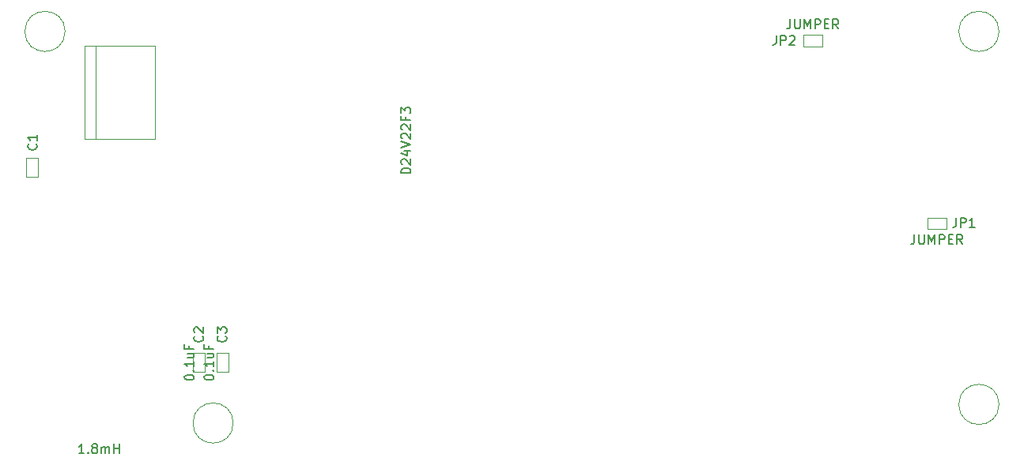
<source format=gbr>
G04 #@! TF.FileFunction,Other,Fab,Top*
%FSLAX46Y46*%
G04 Gerber Fmt 4.6, Leading zero omitted, Abs format (unit mm)*
G04 Created by KiCad (PCBNEW 4.0.1-stable) date 2017-03-21 11:25:51 PM*
%MOMM*%
G01*
G04 APERTURE LIST*
%ADD10C,0.100000*%
%ADD11C,0.150000*%
G04 APERTURE END LIST*
D10*
X55450000Y-45590000D02*
X55450000Y-55490000D01*
X61750000Y-45540000D02*
X54250000Y-45540000D01*
X54250000Y-45540000D02*
X54250000Y-55540000D01*
X54250000Y-55540000D02*
X61750000Y-55540000D01*
X61750000Y-55540000D02*
X61750000Y-45540000D01*
X144500000Y-65220000D02*
X144500000Y-63980000D01*
X146500000Y-65220000D02*
X144500000Y-65220000D01*
X146500000Y-63980000D02*
X146500000Y-65220000D01*
X144500000Y-63980000D02*
X146500000Y-63980000D01*
X133200000Y-44380000D02*
X133200000Y-45620000D01*
X131200000Y-44380000D02*
X133200000Y-44380000D01*
X131200000Y-45620000D02*
X131200000Y-44380000D01*
X133200000Y-45620000D02*
X131200000Y-45620000D01*
X49220000Y-59600000D02*
X47980000Y-59600000D01*
X49220000Y-57600000D02*
X49220000Y-59600000D01*
X47980000Y-57600000D02*
X49220000Y-57600000D01*
X47980000Y-59600000D02*
X47980000Y-57600000D01*
X65880000Y-78500000D02*
X67120000Y-78500000D01*
X65880000Y-80500000D02*
X65880000Y-78500000D01*
X67120000Y-80500000D02*
X65880000Y-80500000D01*
X67120000Y-78500000D02*
X67120000Y-80500000D01*
X68380000Y-78500000D02*
X69620000Y-78500000D01*
X68380000Y-80500000D02*
X68380000Y-78500000D01*
X69620000Y-80500000D02*
X68380000Y-80500000D01*
X69620000Y-78500000D02*
X69620000Y-80500000D01*
X52154066Y-44000000D02*
G75*
G03X52154066Y-44000000I-2154066J0D01*
G01*
X152154066Y-44000000D02*
G75*
G03X152154066Y-44000000I-2154066J0D01*
G01*
X152154066Y-84000000D02*
G75*
G03X152154066Y-84000000I-2154066J0D01*
G01*
X70154066Y-86000000D02*
G75*
G03X70154066Y-86000000I-2154066J0D01*
G01*
D11*
X54180953Y-89235381D02*
X53609524Y-89235381D01*
X53895238Y-89235381D02*
X53895238Y-88235381D01*
X53800000Y-88378238D01*
X53704762Y-88473476D01*
X53609524Y-88521095D01*
X54609524Y-89140143D02*
X54657143Y-89187762D01*
X54609524Y-89235381D01*
X54561905Y-89187762D01*
X54609524Y-89140143D01*
X54609524Y-89235381D01*
X55228571Y-88663952D02*
X55133333Y-88616333D01*
X55085714Y-88568714D01*
X55038095Y-88473476D01*
X55038095Y-88425857D01*
X55085714Y-88330619D01*
X55133333Y-88283000D01*
X55228571Y-88235381D01*
X55419048Y-88235381D01*
X55514286Y-88283000D01*
X55561905Y-88330619D01*
X55609524Y-88425857D01*
X55609524Y-88473476D01*
X55561905Y-88568714D01*
X55514286Y-88616333D01*
X55419048Y-88663952D01*
X55228571Y-88663952D01*
X55133333Y-88711571D01*
X55085714Y-88759190D01*
X55038095Y-88854429D01*
X55038095Y-89044905D01*
X55085714Y-89140143D01*
X55133333Y-89187762D01*
X55228571Y-89235381D01*
X55419048Y-89235381D01*
X55514286Y-89187762D01*
X55561905Y-89140143D01*
X55609524Y-89044905D01*
X55609524Y-88854429D01*
X55561905Y-88759190D01*
X55514286Y-88711571D01*
X55419048Y-88663952D01*
X56038095Y-89235381D02*
X56038095Y-88568714D01*
X56038095Y-88663952D02*
X56085714Y-88616333D01*
X56180952Y-88568714D01*
X56323810Y-88568714D01*
X56419048Y-88616333D01*
X56466667Y-88711571D01*
X56466667Y-89235381D01*
X56466667Y-88711571D02*
X56514286Y-88616333D01*
X56609524Y-88568714D01*
X56752381Y-88568714D01*
X56847619Y-88616333D01*
X56895238Y-88711571D01*
X56895238Y-89235381D01*
X57371428Y-89235381D02*
X57371428Y-88235381D01*
X57371428Y-88711571D02*
X57942857Y-88711571D01*
X57942857Y-89235381D02*
X57942857Y-88235381D01*
X143095239Y-65802381D02*
X143095239Y-66516667D01*
X143047619Y-66659524D01*
X142952381Y-66754762D01*
X142809524Y-66802381D01*
X142714286Y-66802381D01*
X143571429Y-65802381D02*
X143571429Y-66611905D01*
X143619048Y-66707143D01*
X143666667Y-66754762D01*
X143761905Y-66802381D01*
X143952382Y-66802381D01*
X144047620Y-66754762D01*
X144095239Y-66707143D01*
X144142858Y-66611905D01*
X144142858Y-65802381D01*
X144619048Y-66802381D02*
X144619048Y-65802381D01*
X144952382Y-66516667D01*
X145285715Y-65802381D01*
X145285715Y-66802381D01*
X145761905Y-66802381D02*
X145761905Y-65802381D01*
X146142858Y-65802381D01*
X146238096Y-65850000D01*
X146285715Y-65897619D01*
X146333334Y-65992857D01*
X146333334Y-66135714D01*
X146285715Y-66230952D01*
X146238096Y-66278571D01*
X146142858Y-66326190D01*
X145761905Y-66326190D01*
X146761905Y-66278571D02*
X147095239Y-66278571D01*
X147238096Y-66802381D02*
X146761905Y-66802381D01*
X146761905Y-65802381D01*
X147238096Y-65802381D01*
X148238096Y-66802381D02*
X147904762Y-66326190D01*
X147666667Y-66802381D02*
X147666667Y-65802381D01*
X148047620Y-65802381D01*
X148142858Y-65850000D01*
X148190477Y-65897619D01*
X148238096Y-65992857D01*
X148238096Y-66135714D01*
X148190477Y-66230952D01*
X148142858Y-66278571D01*
X148047620Y-66326190D01*
X147666667Y-66326190D01*
X147566667Y-64002381D02*
X147566667Y-64716667D01*
X147519047Y-64859524D01*
X147423809Y-64954762D01*
X147280952Y-65002381D01*
X147185714Y-65002381D01*
X148042857Y-65002381D02*
X148042857Y-64002381D01*
X148423810Y-64002381D01*
X148519048Y-64050000D01*
X148566667Y-64097619D01*
X148614286Y-64192857D01*
X148614286Y-64335714D01*
X148566667Y-64430952D01*
X148519048Y-64478571D01*
X148423810Y-64526190D01*
X148042857Y-64526190D01*
X149566667Y-65002381D02*
X148995238Y-65002381D01*
X149280952Y-65002381D02*
X149280952Y-64002381D01*
X149185714Y-64145238D01*
X149090476Y-64240476D01*
X148995238Y-64288095D01*
X129795239Y-42702381D02*
X129795239Y-43416667D01*
X129747619Y-43559524D01*
X129652381Y-43654762D01*
X129509524Y-43702381D01*
X129414286Y-43702381D01*
X130271429Y-42702381D02*
X130271429Y-43511905D01*
X130319048Y-43607143D01*
X130366667Y-43654762D01*
X130461905Y-43702381D01*
X130652382Y-43702381D01*
X130747620Y-43654762D01*
X130795239Y-43607143D01*
X130842858Y-43511905D01*
X130842858Y-42702381D01*
X131319048Y-43702381D02*
X131319048Y-42702381D01*
X131652382Y-43416667D01*
X131985715Y-42702381D01*
X131985715Y-43702381D01*
X132461905Y-43702381D02*
X132461905Y-42702381D01*
X132842858Y-42702381D01*
X132938096Y-42750000D01*
X132985715Y-42797619D01*
X133033334Y-42892857D01*
X133033334Y-43035714D01*
X132985715Y-43130952D01*
X132938096Y-43178571D01*
X132842858Y-43226190D01*
X132461905Y-43226190D01*
X133461905Y-43178571D02*
X133795239Y-43178571D01*
X133938096Y-43702381D02*
X133461905Y-43702381D01*
X133461905Y-42702381D01*
X133938096Y-42702381D01*
X134938096Y-43702381D02*
X134604762Y-43226190D01*
X134366667Y-43702381D02*
X134366667Y-42702381D01*
X134747620Y-42702381D01*
X134842858Y-42750000D01*
X134890477Y-42797619D01*
X134938096Y-42892857D01*
X134938096Y-43035714D01*
X134890477Y-43130952D01*
X134842858Y-43178571D01*
X134747620Y-43226190D01*
X134366667Y-43226190D01*
X128316667Y-44452381D02*
X128316667Y-45166667D01*
X128269047Y-45309524D01*
X128173809Y-45404762D01*
X128030952Y-45452381D01*
X127935714Y-45452381D01*
X128792857Y-45452381D02*
X128792857Y-44452381D01*
X129173810Y-44452381D01*
X129269048Y-44500000D01*
X129316667Y-44547619D01*
X129364286Y-44642857D01*
X129364286Y-44785714D01*
X129316667Y-44880952D01*
X129269048Y-44928571D01*
X129173810Y-44976190D01*
X128792857Y-44976190D01*
X129745238Y-44547619D02*
X129792857Y-44500000D01*
X129888095Y-44452381D01*
X130126191Y-44452381D01*
X130221429Y-44500000D01*
X130269048Y-44547619D01*
X130316667Y-44642857D01*
X130316667Y-44738095D01*
X130269048Y-44880952D01*
X129697619Y-45452381D01*
X130316667Y-45452381D01*
X49057143Y-56066666D02*
X49104762Y-56114285D01*
X49152381Y-56257142D01*
X49152381Y-56352380D01*
X49104762Y-56495238D01*
X49009524Y-56590476D01*
X48914286Y-56638095D01*
X48723810Y-56685714D01*
X48580952Y-56685714D01*
X48390476Y-56638095D01*
X48295238Y-56590476D01*
X48200000Y-56495238D01*
X48152381Y-56352380D01*
X48152381Y-56257142D01*
X48200000Y-56114285D01*
X48247619Y-56066666D01*
X49152381Y-55114285D02*
X49152381Y-55685714D01*
X49152381Y-55400000D02*
X48152381Y-55400000D01*
X48295238Y-55495238D01*
X48390476Y-55590476D01*
X48438095Y-55685714D01*
X64952381Y-81142857D02*
X64952381Y-81047618D01*
X65000000Y-80952380D01*
X65047619Y-80904761D01*
X65142857Y-80857142D01*
X65333333Y-80809523D01*
X65571429Y-80809523D01*
X65761905Y-80857142D01*
X65857143Y-80904761D01*
X65904762Y-80952380D01*
X65952381Y-81047618D01*
X65952381Y-81142857D01*
X65904762Y-81238095D01*
X65857143Y-81285714D01*
X65761905Y-81333333D01*
X65571429Y-81380952D01*
X65333333Y-81380952D01*
X65142857Y-81333333D01*
X65047619Y-81285714D01*
X65000000Y-81238095D01*
X64952381Y-81142857D01*
X65857143Y-80380952D02*
X65904762Y-80333333D01*
X65952381Y-80380952D01*
X65904762Y-80428571D01*
X65857143Y-80380952D01*
X65952381Y-80380952D01*
X65952381Y-79380952D02*
X65952381Y-79952381D01*
X65952381Y-79666667D02*
X64952381Y-79666667D01*
X65095238Y-79761905D01*
X65190476Y-79857143D01*
X65238095Y-79952381D01*
X65285714Y-78523809D02*
X65952381Y-78523809D01*
X65285714Y-78952381D02*
X65809524Y-78952381D01*
X65904762Y-78904762D01*
X65952381Y-78809524D01*
X65952381Y-78666666D01*
X65904762Y-78571428D01*
X65857143Y-78523809D01*
X65428571Y-77714285D02*
X65428571Y-78047619D01*
X65952381Y-78047619D02*
X64952381Y-78047619D01*
X64952381Y-77571428D01*
X66857143Y-76666666D02*
X66904762Y-76714285D01*
X66952381Y-76857142D01*
X66952381Y-76952380D01*
X66904762Y-77095238D01*
X66809524Y-77190476D01*
X66714286Y-77238095D01*
X66523810Y-77285714D01*
X66380952Y-77285714D01*
X66190476Y-77238095D01*
X66095238Y-77190476D01*
X66000000Y-77095238D01*
X65952381Y-76952380D01*
X65952381Y-76857142D01*
X66000000Y-76714285D01*
X66047619Y-76666666D01*
X66047619Y-76285714D02*
X66000000Y-76238095D01*
X65952381Y-76142857D01*
X65952381Y-75904761D01*
X66000000Y-75809523D01*
X66047619Y-75761904D01*
X66142857Y-75714285D01*
X66238095Y-75714285D01*
X66380952Y-75761904D01*
X66952381Y-76333333D01*
X66952381Y-75714285D01*
X67052381Y-81142857D02*
X67052381Y-81047618D01*
X67100000Y-80952380D01*
X67147619Y-80904761D01*
X67242857Y-80857142D01*
X67433333Y-80809523D01*
X67671429Y-80809523D01*
X67861905Y-80857142D01*
X67957143Y-80904761D01*
X68004762Y-80952380D01*
X68052381Y-81047618D01*
X68052381Y-81142857D01*
X68004762Y-81238095D01*
X67957143Y-81285714D01*
X67861905Y-81333333D01*
X67671429Y-81380952D01*
X67433333Y-81380952D01*
X67242857Y-81333333D01*
X67147619Y-81285714D01*
X67100000Y-81238095D01*
X67052381Y-81142857D01*
X67957143Y-80380952D02*
X68004762Y-80333333D01*
X68052381Y-80380952D01*
X68004762Y-80428571D01*
X67957143Y-80380952D01*
X68052381Y-80380952D01*
X68052381Y-79380952D02*
X68052381Y-79952381D01*
X68052381Y-79666667D02*
X67052381Y-79666667D01*
X67195238Y-79761905D01*
X67290476Y-79857143D01*
X67338095Y-79952381D01*
X67385714Y-78523809D02*
X68052381Y-78523809D01*
X67385714Y-78952381D02*
X67909524Y-78952381D01*
X68004762Y-78904762D01*
X68052381Y-78809524D01*
X68052381Y-78666666D01*
X68004762Y-78571428D01*
X67957143Y-78523809D01*
X67528571Y-77714285D02*
X67528571Y-78047619D01*
X68052381Y-78047619D02*
X67052381Y-78047619D01*
X67052381Y-77571428D01*
X69357143Y-76666666D02*
X69404762Y-76714285D01*
X69452381Y-76857142D01*
X69452381Y-76952380D01*
X69404762Y-77095238D01*
X69309524Y-77190476D01*
X69214286Y-77238095D01*
X69023810Y-77285714D01*
X68880952Y-77285714D01*
X68690476Y-77238095D01*
X68595238Y-77190476D01*
X68500000Y-77095238D01*
X68452381Y-76952380D01*
X68452381Y-76857142D01*
X68500000Y-76714285D01*
X68547619Y-76666666D01*
X68452381Y-76333333D02*
X68452381Y-75714285D01*
X68833333Y-76047619D01*
X68833333Y-75904761D01*
X68880952Y-75809523D01*
X68928571Y-75761904D01*
X69023810Y-75714285D01*
X69261905Y-75714285D01*
X69357143Y-75761904D01*
X69404762Y-75809523D01*
X69452381Y-75904761D01*
X69452381Y-76190476D01*
X69404762Y-76285714D01*
X69357143Y-76333333D01*
X89152381Y-59200000D02*
X88152381Y-59200000D01*
X88152381Y-58961905D01*
X88200000Y-58819047D01*
X88295238Y-58723809D01*
X88390476Y-58676190D01*
X88580952Y-58628571D01*
X88723810Y-58628571D01*
X88914286Y-58676190D01*
X89009524Y-58723809D01*
X89104762Y-58819047D01*
X89152381Y-58961905D01*
X89152381Y-59200000D01*
X88247619Y-58247619D02*
X88200000Y-58200000D01*
X88152381Y-58104762D01*
X88152381Y-57866666D01*
X88200000Y-57771428D01*
X88247619Y-57723809D01*
X88342857Y-57676190D01*
X88438095Y-57676190D01*
X88580952Y-57723809D01*
X89152381Y-58295238D01*
X89152381Y-57676190D01*
X88485714Y-56819047D02*
X89152381Y-56819047D01*
X88104762Y-57057143D02*
X88819048Y-57295238D01*
X88819048Y-56676190D01*
X88152381Y-56438095D02*
X89152381Y-56104762D01*
X88152381Y-55771428D01*
X88247619Y-55485714D02*
X88200000Y-55438095D01*
X88152381Y-55342857D01*
X88152381Y-55104761D01*
X88200000Y-55009523D01*
X88247619Y-54961904D01*
X88342857Y-54914285D01*
X88438095Y-54914285D01*
X88580952Y-54961904D01*
X89152381Y-55533333D01*
X89152381Y-54914285D01*
X88247619Y-54533333D02*
X88200000Y-54485714D01*
X88152381Y-54390476D01*
X88152381Y-54152380D01*
X88200000Y-54057142D01*
X88247619Y-54009523D01*
X88342857Y-53961904D01*
X88438095Y-53961904D01*
X88580952Y-54009523D01*
X89152381Y-54580952D01*
X89152381Y-53961904D01*
X88628571Y-53199999D02*
X88628571Y-53533333D01*
X89152381Y-53533333D02*
X88152381Y-53533333D01*
X88152381Y-53057142D01*
X88152381Y-52771428D02*
X88152381Y-52152380D01*
X88533333Y-52485714D01*
X88533333Y-52342856D01*
X88580952Y-52247618D01*
X88628571Y-52199999D01*
X88723810Y-52152380D01*
X88961905Y-52152380D01*
X89057143Y-52199999D01*
X89104762Y-52247618D01*
X89152381Y-52342856D01*
X89152381Y-52628571D01*
X89104762Y-52723809D01*
X89057143Y-52771428D01*
M02*

</source>
